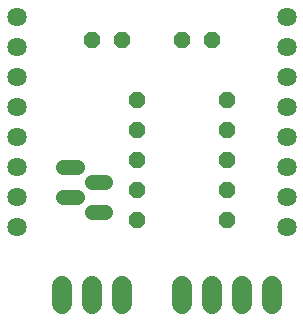
<source format=gbr>
G04 EAGLE Gerber RS-274X export*
G75*
%MOMM*%
%FSLAX34Y34*%
%LPD*%
%INSoldermask Top*%
%IPPOS*%
%AMOC8*
5,1,8,0,0,1.08239X$1,22.5*%
G01*
%ADD10C,1.270000*%
%ADD11P,1.457113X8X202.500000*%
%ADD12P,1.457113X8X22.500000*%
%ADD13C,1.627000*%
%ADD14C,1.651000*%


D10*
X203200Y768350D02*
X191770Y768350D01*
X215900Y755650D02*
X227330Y755650D01*
X227330Y781050D02*
X215900Y781050D01*
X203200Y793750D02*
X191770Y793750D01*
D11*
X241300Y901700D03*
X215900Y901700D03*
D12*
X292100Y901700D03*
X317500Y901700D03*
D11*
X330200Y800100D03*
X254000Y800100D03*
X330200Y774700D03*
X254000Y774700D03*
X330200Y749300D03*
X254000Y749300D03*
X330200Y825500D03*
X254000Y825500D03*
X330200Y850900D03*
X254000Y850900D03*
D13*
X152400Y768350D03*
X152400Y793750D03*
X152400Y819150D03*
X152400Y844550D03*
X152400Y869950D03*
X152400Y895350D03*
X152400Y920750D03*
X381000Y768350D03*
X381000Y793750D03*
X381000Y819150D03*
X381000Y844550D03*
X381000Y869950D03*
X381000Y895350D03*
X381000Y920750D03*
X152400Y742950D03*
X381000Y742950D03*
D14*
X190500Y693420D02*
X190500Y678180D01*
X215900Y678180D02*
X215900Y693420D01*
X241300Y693420D02*
X241300Y678180D01*
X292100Y678180D02*
X292100Y693420D01*
X317500Y693420D02*
X317500Y678180D01*
X342900Y678180D02*
X342900Y693420D01*
X368300Y693420D02*
X368300Y678180D01*
M02*

</source>
